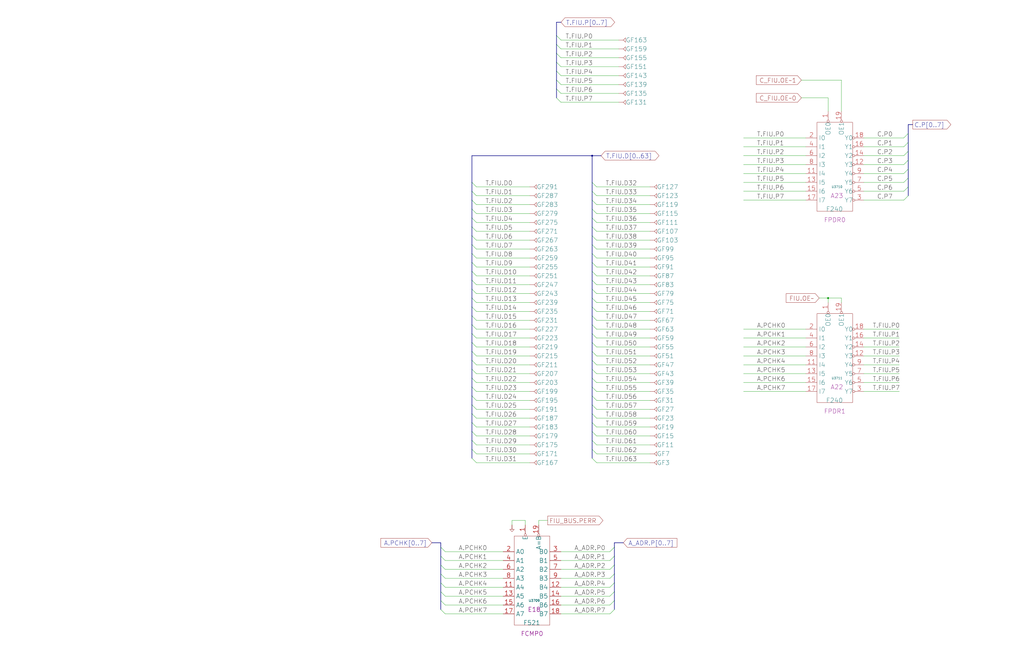
<source format=kicad_sch>
(kicad_sch (version 20230121) (generator eeschema)
  (paper "User" 584.2 378.46)
  (title_block (title "FIU DRIVER AND RECEIVER\\nPARITY") (date "15-MAR-90") (rev "1.0") (comment 1 "TYPE") (comment 2 "232-003062") (comment 3 "S400") (comment 4 "RELEASED"))
  (lib_symbols
    (symbol "r1000:F240" (pin_names (offset 1.016))
      (property "Reference" "U" (at 2.54 5.08 0))
      (property "Value" "F240" (at -3.81 -7.62 0))
      (property "Location" "___" (at -1.27 0 0))
      (property "Name" "______" (at 1.27 -15.24 0))
      (symbol "F240_1_1"
        (rectangle (start -8.89 41.91) (end 11.43 -8.89))
        (circle (center -2.54 42.545) (radius 0.635))
        (circle (center 5.08 42.545) (radius 0.635))
        (circle (center 12.065 -2.54) (radius 0.635))
        (circle (center 12.065 2.54) (radius 0.635))
        (circle (center 12.065 7.62) (radius 0.635))
        (circle (center 12.065 12.7) (radius 0.635))
        (circle (center 12.065 17.78) (radius 0.635))
        (circle (center 12.065 22.86) (radius 0.635))
        (circle (center 12.065 27.94) (radius 0.635))
        (circle (center 12.065 33.02) (radius 0.635))
        (pin input line (at -2.54 48.26 270) (length 5.08) (name "OE0") (number "1"))
        (pin input line (at -15.24 12.7 0) (length 6.35) (name "I4") (number "11"))
        (pin tri_state line (at 17.78 17.78 180) (length 5.08) (name "Y3") (number "12"))
        (pin input line (at -15.24 7.62 0) (length 6.35) (name "I5") (number "13"))
        (pin tri_state line (at 17.78 22.86 180) (length 5.08) (name "Y2") (number "14"))
        (pin input line (at -15.24 2.54 0) (length 6.35) (name "I6") (number "15"))
        (pin tri_state line (at 17.78 27.94 180) (length 5.08) (name "Y1") (number "16"))
        (pin input line (at -15.24 -2.54 0) (length 6.35) (name "I7") (number "17"))
        (pin tri_state line (at 17.78 33.02 180) (length 5.08) (name "Y0") (number "18"))
        (pin input line (at 5.08 48.26 270) (length 5.08) (name "OE1") (number "19"))
        (pin input line (at -15.24 33.02 0) (length 6.35) (name "I0") (number "2"))
        (pin tri_state line (at 17.78 -2.54 180) (length 5.08) (name "Y7") (number "3"))
        (pin input line (at -15.24 27.94 0) (length 6.35) (name "I1") (number "4"))
        (pin tri_state line (at 17.78 2.54 180) (length 5.08) (name "Y6") (number "5"))
        (pin input line (at -15.24 22.86 0) (length 6.35) (name "I2") (number "6"))
        (pin tri_state line (at 17.78 7.62 180) (length 5.08) (name "Y5") (number "7"))
        (pin input line (at -15.24 17.78 0) (length 6.35) (name "I3") (number "8"))
        (pin tri_state line (at 17.78 12.7 180) (length 5.08) (name "Y4") (number "9"))
      )
    )
    (symbol "r1000:F521" (pin_names (offset 1.016))
      (property "Reference" "U" (at 2.54 5.08 0))
      (property "Value" "F521" (at -3.81 -7.62 0))
      (property "Location" "___" (at -1.27 0 0))
      (property "Name" "______" (at 1.27 -15.24 0))
      (symbol "F521_1_1"
        (rectangle (start -8.89 41.91) (end 11.43 -8.89))
        (circle (center -2.54 42.545) (radius 0.635))
        (circle (center 5.08 42.545) (radius 0.635))
        (pin input line (at -2.54 48.26 270) (length 5.08) (name "E") (number "1"))
        (pin input line (at -15.24 12.7 0) (length 6.35) (name "A4") (number "11"))
        (pin input line (at 17.78 12.7 180) (length 6.35) (name "B4") (number "12"))
        (pin input line (at -15.24 7.62 0) (length 6.35) (name "A5") (number "13"))
        (pin input line (at 17.78 7.62 180) (length 6.35) (name "B5") (number "14"))
        (pin input line (at -15.24 2.54 0) (length 6.35) (name "A6") (number "15"))
        (pin input line (at 17.78 2.54 180) (length 6.35) (name "B6") (number "16"))
        (pin input line (at -15.24 -2.54 0) (length 6.35) (name "A7") (number "17"))
        (pin input line (at 17.78 -2.54 180) (length 6.35) (name "B7") (number "18"))
        (pin output line (at 5.08 48.26 270) (length 5.08) (name "A=B") (number "19"))
        (pin input line (at -15.24 33.02 0) (length 6.35) (name "A0") (number "2"))
        (pin input line (at 17.78 33.02 180) (length 6.35) (name "B0") (number "3"))
        (pin input line (at -15.24 27.94 0) (length 6.35) (name "A1") (number "4"))
        (pin input line (at 17.78 27.94 180) (length 6.35) (name "B1") (number "5"))
        (pin input line (at -15.24 22.86 0) (length 6.35) (name "A2") (number "6"))
        (pin input line (at 17.78 22.86 180) (length 6.35) (name "B2") (number "7"))
        (pin input line (at -15.24 17.78 0) (length 6.35) (name "A3") (number "8"))
        (pin input line (at 17.78 17.78 180) (length 6.35) (name "B3") (number "9"))
      )
    )
    (symbol "r1000:GF" (pin_numbers hide) (pin_names (offset 0) hide)
      (property "Reference" "GF" (at 3.81 0 0))
      (symbol "GF_0_1"
        (polyline (pts (xy 2.54 0) (xy 3.81 1.27) (xy 3.81 -1.27) (xy 2.54 0)) (stroke (width 0.1524)))
      )
      (symbol "GF_1_1"
        (pin bidirectional line (at 0 0 0) (length 2.54) (name "") (number "1"))
      )
    )
    (symbol "r1000:PD" (power) (pin_numbers hide) (pin_names hide) (in_bom no)
      (symbol "PD_0_1"
        (polyline (pts (xy 0 -2.54) (xy 1.27 -2.54) (xy 0 -3.81) (xy -1.27 -2.54) (xy 0 -2.54)) (stroke (width 0.1524)))
      )
      (symbol "PD_1_1"
        (pin power_in line (at 0 0 270) (length 2.54) (name "PD") (number "1"))
      )
    )
  )
  (junction (at 472.44 170.18))
  (junction (at 337.82 88.9))
  (bus_entry (at 269.24 205.74) (size 2.54 2.54))
  (bus_entry (at 251.46 332.74) (size 2.54 2.54))
  (bus_entry (at 518.16 111.76) (size -2.54 2.54))
  (bus_entry (at 337.82 210.82) (size 2.54 2.54))
  (bus_entry (at 251.46 312.42) (size 2.54 2.54))
  (bus_entry (at 269.24 195.58) (size 2.54 2.54))
  (bus_entry (at 269.24 180.34) (size 2.54 2.54))
  (bus_entry (at 337.82 261.62) (size 2.54 2.54))
  (bus_entry (at 518.16 101.6) (size -2.54 2.54))
  (bus_entry (at 269.24 236.22) (size 2.54 2.54))
  (bus_entry (at 337.82 236.22) (size 2.54 2.54))
  (bus_entry (at 269.24 144.78) (size 2.54 2.54))
  (bus_entry (at 337.82 149.86) (size 2.54 2.54))
  (bus_entry (at 337.82 160.02) (size 2.54 2.54))
  (bus_entry (at 337.82 104.14) (size 2.54 2.54))
  (bus_entry (at 337.82 185.42) (size 2.54 2.54))
  (bus_entry (at 337.82 180.34) (size 2.54 2.54))
  (bus_entry (at 337.82 251.46) (size 2.54 2.54))
  (bus_entry (at 269.24 210.82) (size 2.54 2.54))
  (bus_entry (at 269.24 226.06) (size 2.54 2.54))
  (bus_entry (at 317.5 25.4) (size 2.54 2.54))
  (bus_entry (at 337.82 129.54) (size 2.54 2.54))
  (bus_entry (at 350.52 312.42) (size -2.54 2.54))
  (bus_entry (at 269.24 114.3) (size 2.54 2.54))
  (bus_entry (at 317.5 45.72) (size 2.54 2.54))
  (bus_entry (at 251.46 337.82) (size 2.54 2.54))
  (bus_entry (at 269.24 124.46) (size 2.54 2.54))
  (bus_entry (at 337.82 195.58) (size 2.54 2.54))
  (bus_entry (at 337.82 170.18) (size 2.54 2.54))
  (bus_entry (at 269.24 139.7) (size 2.54 2.54))
  (bus_entry (at 317.5 55.88) (size 2.54 2.54))
  (bus_entry (at 317.5 35.56) (size 2.54 2.54))
  (bus_entry (at 337.82 175.26) (size 2.54 2.54))
  (bus_entry (at 269.24 231.14) (size 2.54 2.54))
  (bus_entry (at 350.52 342.9) (size -2.54 2.54))
  (bus_entry (at 337.82 231.14) (size 2.54 2.54))
  (bus_entry (at 269.24 119.38) (size 2.54 2.54))
  (bus_entry (at 269.24 185.42) (size 2.54 2.54))
  (bus_entry (at 317.5 40.64) (size 2.54 2.54))
  (bus_entry (at 269.24 256.54) (size 2.54 2.54))
  (bus_entry (at 269.24 200.66) (size 2.54 2.54))
  (bus_entry (at 337.82 154.94) (size 2.54 2.54))
  (bus_entry (at 337.82 114.3) (size 2.54 2.54))
  (bus_entry (at 337.82 124.46) (size 2.54 2.54))
  (bus_entry (at 269.24 165.1) (size 2.54 2.54))
  (bus_entry (at 337.82 241.3) (size 2.54 2.54))
  (bus_entry (at 317.5 50.8) (size 2.54 2.54))
  (bus_entry (at 337.82 246.38) (size 2.54 2.54))
  (bus_entry (at 269.24 190.5) (size 2.54 2.54))
  (bus_entry (at 251.46 327.66) (size 2.54 2.54))
  (bus_entry (at 350.52 332.74) (size -2.54 2.54))
  (bus_entry (at 269.24 104.14) (size 2.54 2.54))
  (bus_entry (at 337.82 215.9) (size 2.54 2.54))
  (bus_entry (at 337.82 139.7) (size 2.54 2.54))
  (bus_entry (at 269.24 215.9) (size 2.54 2.54))
  (bus_entry (at 269.24 154.94) (size 2.54 2.54))
  (bus_entry (at 337.82 220.98) (size 2.54 2.54))
  (bus_entry (at 337.82 200.66) (size 2.54 2.54))
  (bus_entry (at 337.82 226.06) (size 2.54 2.54))
  (bus_entry (at 251.46 342.9) (size 2.54 2.54))
  (bus_entry (at 269.24 220.98) (size 2.54 2.54))
  (bus_entry (at 317.5 20.32) (size 2.54 2.54))
  (bus_entry (at 350.52 347.98) (size -2.54 2.54))
  (bus_entry (at 251.46 322.58) (size 2.54 2.54))
  (bus_entry (at 337.82 256.54) (size 2.54 2.54))
  (bus_entry (at 337.82 144.78) (size 2.54 2.54))
  (bus_entry (at 518.16 91.44) (size -2.54 2.54))
  (bus_entry (at 269.24 261.62) (size 2.54 2.54))
  (bus_entry (at 269.24 246.38) (size 2.54 2.54))
  (bus_entry (at 337.82 109.22) (size 2.54 2.54))
  (bus_entry (at 269.24 241.3) (size 2.54 2.54))
  (bus_entry (at 337.82 134.62) (size 2.54 2.54))
  (bus_entry (at 518.16 86.36) (size -2.54 2.54))
  (bus_entry (at 337.82 119.38) (size 2.54 2.54))
  (bus_entry (at 518.16 81.28) (size -2.54 2.54))
  (bus_entry (at 269.24 175.26) (size 2.54 2.54))
  (bus_entry (at 337.82 165.1) (size 2.54 2.54))
  (bus_entry (at 269.24 134.62) (size 2.54 2.54))
  (bus_entry (at 350.52 317.5) (size -2.54 2.54))
  (bus_entry (at 350.52 337.82) (size -2.54 2.54))
  (bus_entry (at 317.5 30.48) (size 2.54 2.54))
  (bus_entry (at 269.24 109.22) (size 2.54 2.54))
  (bus_entry (at 269.24 149.86) (size 2.54 2.54))
  (bus_entry (at 337.82 190.5) (size 2.54 2.54))
  (bus_entry (at 269.24 129.54) (size 2.54 2.54))
  (bus_entry (at 518.16 96.52) (size -2.54 2.54))
  (bus_entry (at 269.24 251.46) (size 2.54 2.54))
  (bus_entry (at 518.16 76.2) (size -2.54 2.54))
  (bus_entry (at 518.16 106.68) (size -2.54 2.54))
  (bus_entry (at 337.82 205.74) (size 2.54 2.54))
  (bus_entry (at 350.52 322.58) (size -2.54 2.54))
  (bus_entry (at 269.24 170.18) (size 2.54 2.54))
  (bus_entry (at 350.52 327.66) (size -2.54 2.54))
  (bus_entry (at 251.46 347.98) (size 2.54 2.54))
  (bus_entry (at 269.24 160.02) (size 2.54 2.54))
  (bus_entry (at 251.46 317.5) (size 2.54 2.54))
  (wire (pts (xy 340.36 106.68) (xy 370.84 106.68)))
  (bus (pts (xy 269.24 190.5) (xy 269.24 195.58)))
  (wire (pts (xy 271.78 259.08) (xy 302.26 259.08)))
  (bus (pts (xy 350.52 342.9) (xy 350.52 347.98)))
  (wire (pts (xy 340.36 223.52) (xy 370.84 223.52)))
  (wire (pts (xy 271.78 187.96) (xy 302.26 187.96)))
  (bus (pts (xy 269.24 144.78) (xy 269.24 149.86)))
  (wire (pts (xy 424.18 78.74) (xy 459.74 78.74)))
  (wire (pts (xy 271.78 238.76) (xy 302.26 238.76)))
  (bus (pts (xy 337.82 231.14) (xy 337.82 236.22)))
  (wire (pts (xy 340.36 243.84) (xy 370.84 243.84)))
  (wire (pts (xy 472.44 172.72) (xy 472.44 170.18)))
  (bus (pts (xy 337.82 205.74) (xy 337.82 210.82)))
  (bus (pts (xy 337.82 210.82) (xy 337.82 215.9)))
  (wire (pts (xy 340.36 147.32) (xy 370.84 147.32)))
  (wire (pts (xy 340.36 172.72) (xy 370.84 172.72)))
  (bus (pts (xy 337.82 226.06) (xy 337.82 231.14)))
  (wire (pts (xy 424.18 99.06) (xy 459.74 99.06)))
  (wire (pts (xy 320.04 350.52) (xy 347.98 350.52)))
  (bus (pts (xy 269.24 231.14) (xy 269.24 236.22)))
  (bus (pts (xy 269.24 134.62) (xy 269.24 139.7)))
  (bus (pts (xy 337.82 139.7) (xy 337.82 144.78)))
  (wire (pts (xy 424.18 109.22) (xy 459.74 109.22)))
  (wire (pts (xy 340.36 198.12) (xy 370.84 198.12)))
  (bus (pts (xy 337.82 124.46) (xy 337.82 129.54)))
  (bus (pts (xy 269.24 104.14) (xy 269.24 109.22)))
  (bus (pts (xy 518.16 101.6) (xy 518.16 106.68)))
  (wire (pts (xy 271.78 264.16) (xy 302.26 264.16)))
  (wire (pts (xy 340.36 208.28) (xy 370.84 208.28)))
  (wire (pts (xy 424.18 93.98) (xy 459.74 93.98)))
  (wire (pts (xy 307.34 297.18) (xy 312.42 297.18)))
  (wire (pts (xy 340.36 182.88) (xy 370.84 182.88)))
  (bus (pts (xy 337.82 104.14) (xy 337.82 109.22)))
  (wire (pts (xy 320.04 340.36) (xy 347.98 340.36)))
  (wire (pts (xy 492.76 223.52) (xy 513.08 223.52)))
  (bus (pts (xy 251.46 312.42) (xy 251.46 317.5)))
  (bus (pts (xy 518.16 81.28) (xy 518.16 86.36)))
  (wire (pts (xy 271.78 218.44) (xy 302.26 218.44)))
  (bus (pts (xy 337.82 180.34) (xy 337.82 185.42)))
  (bus (pts (xy 251.46 327.66) (xy 251.46 332.74)))
  (wire (pts (xy 340.36 162.56) (xy 370.84 162.56)))
  (wire (pts (xy 271.78 182.88) (xy 302.26 182.88)))
  (wire (pts (xy 320.04 38.1) (xy 353.06 38.1)))
  (wire (pts (xy 271.78 213.36) (xy 302.26 213.36)))
  (bus (pts (xy 317.5 12.7) (xy 320.04 12.7)))
  (wire (pts (xy 340.36 121.92) (xy 370.84 121.92)))
  (wire (pts (xy 254 340.36) (xy 287.02 340.36)))
  (bus (pts (xy 269.24 226.06) (xy 269.24 231.14)))
  (bus (pts (xy 337.82 170.18) (xy 337.82 175.26)))
  (wire (pts (xy 271.78 121.92) (xy 302.26 121.92)))
  (wire (pts (xy 340.36 228.6) (xy 370.84 228.6)))
  (wire (pts (xy 492.76 218.44) (xy 513.08 218.44)))
  (wire (pts (xy 467.36 170.18) (xy 472.44 170.18)))
  (wire (pts (xy 271.78 228.6) (xy 302.26 228.6)))
  (wire (pts (xy 480.06 45.72) (xy 457.2 45.72)))
  (bus (pts (xy 317.5 40.64) (xy 317.5 45.72)))
  (wire (pts (xy 340.36 248.92) (xy 370.84 248.92)))
  (bus (pts (xy 337.82 256.54) (xy 337.82 261.62)))
  (wire (pts (xy 271.78 243.84) (xy 302.26 243.84)))
  (wire (pts (xy 340.36 177.8) (xy 370.84 177.8)))
  (bus (pts (xy 317.5 25.4) (xy 317.5 30.48)))
  (bus (pts (xy 269.24 160.02) (xy 269.24 165.1)))
  (bus (pts (xy 269.24 109.22) (xy 269.24 114.3)))
  (wire (pts (xy 271.78 127) (xy 302.26 127)))
  (bus (pts (xy 269.24 220.98) (xy 269.24 226.06)))
  (bus (pts (xy 518.16 106.68) (xy 518.16 111.76)))
  (wire (pts (xy 340.36 213.36) (xy 370.84 213.36)))
  (bus (pts (xy 337.82 165.1) (xy 337.82 170.18)))
  (wire (pts (xy 254 345.44) (xy 287.02 345.44)))
  (bus (pts (xy 269.24 149.86) (xy 269.24 154.94)))
  (wire (pts (xy 492.76 93.98) (xy 515.62 93.98)))
  (wire (pts (xy 424.18 203.2) (xy 459.74 203.2)))
  (wire (pts (xy 320.04 345.44) (xy 347.98 345.44)))
  (bus (pts (xy 251.46 317.5) (xy 251.46 322.58)))
  (bus (pts (xy 337.82 149.86) (xy 337.82 154.94)))
  (wire (pts (xy 271.78 111.76) (xy 302.26 111.76)))
  (bus (pts (xy 337.82 215.9) (xy 337.82 220.98)))
  (wire (pts (xy 340.36 127) (xy 370.84 127)))
  (wire (pts (xy 254 350.52) (xy 287.02 350.52)))
  (wire (pts (xy 492.76 104.14) (xy 515.62 104.14)))
  (bus (pts (xy 251.46 342.9) (xy 251.46 347.98)))
  (wire (pts (xy 424.18 208.28) (xy 459.74 208.28)))
  (bus (pts (xy 337.82 88.9) (xy 337.82 104.14)))
  (wire (pts (xy 424.18 213.36) (xy 459.74 213.36)))
  (wire (pts (xy 480.06 172.72) (xy 480.06 170.18)))
  (wire (pts (xy 254 320.04) (xy 287.02 320.04)))
  (wire (pts (xy 340.36 238.76) (xy 370.84 238.76)))
  (bus (pts (xy 269.24 251.46) (xy 269.24 256.54)))
  (bus (pts (xy 337.82 129.54) (xy 337.82 134.62)))
  (wire (pts (xy 299.72 299.72) (xy 299.72 297.18)))
  (wire (pts (xy 271.78 157.48) (xy 302.26 157.48)))
  (bus (pts (xy 337.82 190.5) (xy 337.82 195.58)))
  (wire (pts (xy 254 325.12) (xy 287.02 325.12)))
  (bus (pts (xy 337.82 119.38) (xy 337.82 124.46)))
  (wire (pts (xy 340.36 157.48) (xy 370.84 157.48)))
  (bus (pts (xy 269.24 154.94) (xy 269.24 160.02)))
  (wire (pts (xy 320.04 335.28) (xy 347.98 335.28)))
  (bus (pts (xy 350.52 309.88) (xy 355.6 309.88)))
  (bus (pts (xy 518.16 86.36) (xy 518.16 91.44)))
  (wire (pts (xy 271.78 198.12) (xy 302.26 198.12)))
  (wire (pts (xy 271.78 172.72) (xy 302.26 172.72)))
  (bus (pts (xy 317.5 12.7) (xy 317.5 20.32)))
  (bus (pts (xy 337.82 88.9) (xy 342.9 88.9)))
  (wire (pts (xy 424.18 114.3) (xy 459.74 114.3)))
  (bus (pts (xy 337.82 220.98) (xy 337.82 226.06)))
  (wire (pts (xy 271.78 162.56) (xy 302.26 162.56)))
  (wire (pts (xy 271.78 147.32) (xy 302.26 147.32)))
  (bus (pts (xy 251.46 309.88) (xy 251.46 312.42)))
  (wire (pts (xy 271.78 132.08) (xy 302.26 132.08)))
  (wire (pts (xy 340.36 193.04) (xy 370.84 193.04)))
  (bus (pts (xy 269.24 195.58) (xy 269.24 200.66)))
  (wire (pts (xy 340.36 218.44) (xy 370.84 218.44)))
  (wire (pts (xy 424.18 218.44) (xy 459.74 218.44)))
  (wire (pts (xy 320.04 58.42) (xy 353.06 58.42)))
  (wire (pts (xy 340.36 254) (xy 370.84 254)))
  (wire (pts (xy 320.04 320.04) (xy 347.98 320.04)))
  (wire (pts (xy 472.44 55.88) (xy 457.2 55.88)))
  (wire (pts (xy 472.44 63.5) (xy 472.44 55.88)))
  (bus (pts (xy 269.24 170.18) (xy 269.24 175.26)))
  (wire (pts (xy 340.36 167.64) (xy 370.84 167.64)))
  (wire (pts (xy 340.36 203.2) (xy 370.84 203.2)))
  (wire (pts (xy 492.76 203.2) (xy 513.08 203.2)))
  (wire (pts (xy 271.78 248.92) (xy 302.26 248.92)))
  (wire (pts (xy 340.36 264.16) (xy 370.84 264.16)))
  (bus (pts (xy 251.46 337.82) (xy 251.46 342.9)))
  (bus (pts (xy 269.24 236.22) (xy 269.24 241.3)))
  (bus (pts (xy 518.16 91.44) (xy 518.16 96.52)))
  (wire (pts (xy 271.78 208.28) (xy 302.26 208.28)))
  (wire (pts (xy 480.06 63.5) (xy 480.06 45.72)))
  (wire (pts (xy 271.78 193.04) (xy 302.26 193.04)))
  (bus (pts (xy 246.38 309.88) (xy 251.46 309.88)))
  (wire (pts (xy 340.36 152.4) (xy 370.84 152.4)))
  (wire (pts (xy 492.76 88.9) (xy 515.62 88.9)))
  (bus (pts (xy 350.52 312.42) (xy 350.52 317.5)))
  (bus (pts (xy 269.24 180.34) (xy 269.24 185.42)))
  (wire (pts (xy 271.78 203.2) (xy 302.26 203.2)))
  (wire (pts (xy 307.34 299.72) (xy 307.34 297.18)))
  (wire (pts (xy 340.36 111.76) (xy 370.84 111.76)))
  (wire (pts (xy 271.78 177.8) (xy 302.26 177.8)))
  (bus (pts (xy 337.82 114.3) (xy 337.82 119.38)))
  (wire (pts (xy 424.18 198.12) (xy 459.74 198.12)))
  (wire (pts (xy 492.76 83.82) (xy 515.62 83.82)))
  (wire (pts (xy 340.36 116.84) (xy 370.84 116.84)))
  (wire (pts (xy 492.76 193.04) (xy 513.08 193.04)))
  (wire (pts (xy 320.04 53.34) (xy 353.06 53.34)))
  (bus (pts (xy 317.5 35.56) (xy 317.5 40.64)))
  (bus (pts (xy 337.82 195.58) (xy 337.82 200.66)))
  (wire (pts (xy 320.04 43.18) (xy 353.06 43.18)))
  (wire (pts (xy 320.04 48.26) (xy 353.06 48.26)))
  (bus (pts (xy 350.52 332.74) (xy 350.52 337.82)))
  (bus (pts (xy 350.52 327.66) (xy 350.52 332.74)))
  (wire (pts (xy 271.78 233.68) (xy 302.26 233.68)))
  (wire (pts (xy 492.76 187.96) (xy 513.08 187.96)))
  (bus (pts (xy 269.24 246.38) (xy 269.24 251.46)))
  (bus (pts (xy 518.16 96.52) (xy 518.16 101.6)))
  (wire (pts (xy 340.36 132.08) (xy 370.84 132.08)))
  (bus (pts (xy 350.52 317.5) (xy 350.52 322.58)))
  (wire (pts (xy 320.04 33.02) (xy 353.06 33.02)))
  (bus (pts (xy 337.82 134.62) (xy 337.82 139.7)))
  (bus (pts (xy 317.5 20.32) (xy 317.5 25.4)))
  (wire (pts (xy 271.78 106.68) (xy 302.26 106.68)))
  (wire (pts (xy 424.18 187.96) (xy 459.74 187.96)))
  (bus (pts (xy 350.52 322.58) (xy 350.52 327.66)))
  (wire (pts (xy 424.18 83.82) (xy 459.74 83.82)))
  (bus (pts (xy 317.5 30.48) (xy 317.5 35.56)))
  (bus (pts (xy 269.24 114.3) (xy 269.24 119.38)))
  (wire (pts (xy 254 330.2) (xy 287.02 330.2)))
  (wire (pts (xy 271.78 137.16) (xy 302.26 137.16)))
  (wire (pts (xy 320.04 314.96) (xy 347.98 314.96)))
  (wire (pts (xy 492.76 109.22) (xy 515.62 109.22)))
  (bus (pts (xy 269.24 256.54) (xy 269.24 261.62)))
  (bus (pts (xy 269.24 119.38) (xy 269.24 124.46)))
  (wire (pts (xy 271.78 116.84) (xy 302.26 116.84)))
  (bus (pts (xy 518.16 76.2) (xy 518.16 81.28)))
  (wire (pts (xy 424.18 104.14) (xy 459.74 104.14)))
  (wire (pts (xy 424.18 88.9) (xy 459.74 88.9)))
  (bus (pts (xy 269.24 88.9) (xy 269.24 104.14)))
  (bus (pts (xy 337.82 200.66) (xy 337.82 205.74)))
  (bus (pts (xy 269.24 215.9) (xy 269.24 220.98)))
  (wire (pts (xy 340.36 233.68) (xy 370.84 233.68)))
  (bus (pts (xy 337.82 175.26) (xy 337.82 180.34)))
  (bus (pts (xy 317.5 50.8) (xy 317.5 55.88)))
  (wire (pts (xy 254 314.96) (xy 287.02 314.96)))
  (wire (pts (xy 320.04 27.94) (xy 353.06 27.94)))
  (bus (pts (xy 269.24 165.1) (xy 269.24 170.18)))
  (bus (pts (xy 337.82 246.38) (xy 337.82 251.46)))
  (wire (pts (xy 271.78 142.24) (xy 302.26 142.24)))
  (wire (pts (xy 492.76 78.74) (xy 515.62 78.74)))
  (wire (pts (xy 424.18 223.52) (xy 459.74 223.52)))
  (bus (pts (xy 269.24 185.42) (xy 269.24 190.5)))
  (wire (pts (xy 340.36 142.24) (xy 370.84 142.24)))
  (wire (pts (xy 271.78 167.64) (xy 302.26 167.64)))
  (wire (pts (xy 292.1 297.18) (xy 292.1 299.72)))
  (bus (pts (xy 269.24 210.82) (xy 269.24 215.9)))
  (bus (pts (xy 269.24 129.54) (xy 269.24 134.62)))
  (bus (pts (xy 269.24 124.46) (xy 269.24 129.54)))
  (wire (pts (xy 492.76 99.06) (xy 515.62 99.06)))
  (bus (pts (xy 337.82 185.42) (xy 337.82 190.5)))
  (wire (pts (xy 472.44 170.18) (xy 480.06 170.18)))
  (bus (pts (xy 269.24 175.26) (xy 269.24 180.34)))
  (bus (pts (xy 337.82 236.22) (xy 337.82 241.3)))
  (wire (pts (xy 340.36 259.08) (xy 370.84 259.08)))
  (bus (pts (xy 317.5 45.72) (xy 317.5 50.8)))
  (bus (pts (xy 251.46 332.74) (xy 251.46 337.82)))
  (wire (pts (xy 254 335.28) (xy 287.02 335.28)))
  (wire (pts (xy 492.76 208.28) (xy 513.08 208.28)))
  (wire (pts (xy 340.36 187.96) (xy 370.84 187.96)))
  (wire (pts (xy 271.78 152.4) (xy 302.26 152.4)))
  (bus (pts (xy 337.82 160.02) (xy 337.82 165.1)))
  (wire (pts (xy 271.78 254) (xy 302.26 254)))
  (bus (pts (xy 337.82 241.3) (xy 337.82 246.38)))
  (wire (pts (xy 492.76 114.3) (xy 515.62 114.3)))
  (bus (pts (xy 269.24 241.3) (xy 269.24 246.38)))
  (bus (pts (xy 269.24 200.66) (xy 269.24 205.74)))
  (bus (pts (xy 269.24 205.74) (xy 269.24 210.82)))
  (bus (pts (xy 518.16 71.12) (xy 518.16 76.2)))
  (wire (pts (xy 271.78 223.52) (xy 302.26 223.52)))
  (bus (pts (xy 518.16 71.12) (xy 520.7 71.12)))
  (wire (pts (xy 492.76 213.36) (xy 513.08 213.36)))
  (bus (pts (xy 337.82 154.94) (xy 337.82 160.02)))
  (bus (pts (xy 251.46 322.58) (xy 251.46 327.66)))
  (wire (pts (xy 320.04 330.2) (xy 347.98 330.2)))
  (bus (pts (xy 269.24 139.7) (xy 269.24 144.78)))
  (bus (pts (xy 337.82 251.46) (xy 337.82 256.54)))
  (wire (pts (xy 320.04 325.12) (xy 347.98 325.12)))
  (wire (pts (xy 492.76 198.12) (xy 513.08 198.12)))
  (bus (pts (xy 350.52 337.82) (xy 350.52 342.9)))
  (bus (pts (xy 337.82 109.22) (xy 337.82 114.3)))
  (bus (pts (xy 337.82 88.9) (xy 269.24 88.9)))
  (bus (pts (xy 350.52 309.88) (xy 350.52 312.42)))
  (wire (pts (xy 424.18 193.04) (xy 459.74 193.04)))
  (wire (pts (xy 299.72 297.18) (xy 292.1 297.18)))
  (wire (pts (xy 340.36 137.16) (xy 370.84 137.16)))
  (wire (pts (xy 320.04 22.86) (xy 353.06 22.86)))
  (bus (pts (xy 337.82 144.78) (xy 337.82 149.86)))
  (label "A_ADR.P5" (at 327.66 340.36 0) (effects (font (size 2.54 2.54))))
  (label "T.FIU.D20" (at 276.86 208.28 0) (effects (font (size 2.54 2.54))))
  (label "T.FIU.P4" (at 431.8 99.06 0) (effects (font (size 2.54 2.54))))
  (label "T.FIU.D52" (at 345.44 208.28 0) (effects (font (size 2.54 2.54))))
  (label "A.PCHK6" (at 431.8 218.44 0) (effects (font (size 2.54 2.54))))
  (label "T.FIU.D9" (at 276.86 152.4 0) (effects (font (size 2.54 2.54))))
  (label "T.FIU.P0" (at 322.58 22.86 0) (effects (font (size 2.54 2.54))))
  (label "T.FIU.D53" (at 345.44 213.36 0) (effects (font (size 2.54 2.54))))
  (label "T.FIU.D47" (at 345.44 182.88 0) (effects (font (size 2.54 2.54))))
  (label "T.FIU.P2" (at 431.8 88.9 0) (effects (font (size 2.54 2.54))))
  (label "T.FIU.D29" (at 276.86 254 0) (effects (font (size 2.54 2.54))))
  (label "C.P3" (at 500.38 93.98 0) (effects (font (size 2.54 2.54))))
  (label "T.FIU.D8" (at 276.86 147.32 0) (effects (font (size 2.54 2.54))))
  (label "T.FIU.D34" (at 345.44 116.84 0) (effects (font (size 2.54 2.54))))
  (label "T.FIU.D6" (at 276.86 137.16 0) (effects (font (size 2.54 2.54))))
  (label "A.PCHK1" (at 261.62 320.04 0) (effects (font (size 2.54 2.54))))
  (label "T.FIU.D33" (at 345.44 111.76 0) (effects (font (size 2.54 2.54))))
  (label "T.FIU.D11" (at 276.86 162.56 0) (effects (font (size 2.54 2.54))))
  (label "T.FIU.P1" (at 497.84 193.04 0) (effects (font (size 2.54 2.54))))
  (label "T.FIU.D45" (at 345.44 172.72 0) (effects (font (size 2.54 2.54))))
  (label "A_ADR.P1" (at 327.66 320.04 0) (effects (font (size 2.54 2.54))))
  (label "T.FIU.P5" (at 431.8 104.14 0) (effects (font (size 2.54 2.54))))
  (label "T.FIU.D16" (at 276.86 187.96 0) (effects (font (size 2.54 2.54))))
  (label "T.FIU.P3" (at 322.58 38.1 0) (effects (font (size 2.54 2.54))))
  (label "T.FIU.P3" (at 431.8 93.98 0) (effects (font (size 2.54 2.54))))
  (label "T.FIU.P7" (at 322.58 58.42 0) (effects (font (size 2.54 2.54))))
  (label "T.FIU.P6" (at 322.58 53.34 0) (effects (font (size 2.54 2.54))))
  (label "T.FIU.D58" (at 345.44 238.76 0) (effects (font (size 2.54 2.54))))
  (label "T.FIU.D43" (at 345.44 162.56 0) (effects (font (size 2.54 2.54))))
  (label "T.FIU.D14" (at 276.86 177.8 0) (effects (font (size 2.54 2.54))))
  (label "A.PCHK2" (at 261.62 325.12 0) (effects (font (size 2.54 2.54))))
  (label "T.FIU.D50" (at 345.44 198.12 0) (effects (font (size 2.54 2.54))))
  (label "T.FIU.D54" (at 345.44 218.44 0) (effects (font (size 2.54 2.54))))
  (label "T.FIU.P5" (at 322.58 48.26 0) (effects (font (size 2.54 2.54))))
  (label "A.PCHK4" (at 261.62 335.28 0) (effects (font (size 2.54 2.54))))
  (label "T.FIU.P2" (at 322.58 33.02 0) (effects (font (size 2.54 2.54))))
  (label "T.FIU.D10" (at 276.86 157.48 0) (effects (font (size 2.54 2.54))))
  (label "T.FIU.P0" (at 497.84 187.96 0) (effects (font (size 2.54 2.54))))
  (label "T.FIU.D15" (at 276.86 182.88 0) (effects (font (size 2.54 2.54))))
  (label "T.FIU.D21" (at 276.86 213.36 0) (effects (font (size 2.54 2.54))))
  (label "T.FIU.D26" (at 276.86 238.76 0) (effects (font (size 2.54 2.54))))
  (label "T.FIU.D25" (at 276.86 233.68 0) (effects (font (size 2.54 2.54))))
  (label "T.FIU.P5" (at 497.84 213.36 0) (effects (font (size 2.54 2.54))))
  (label "T.FIU.D0" (at 276.86 106.68 0) (effects (font (size 2.54 2.54))))
  (label "A.PCHK6" (at 261.62 345.44 0) (effects (font (size 2.54 2.54))))
  (label "T.FIU.D7" (at 276.86 142.24 0) (effects (font (size 2.54 2.54))))
  (label "T.FIU.D63" (at 345.44 264.16 0) (effects (font (size 2.54 2.54))))
  (label "C.P7" (at 500.38 114.3 0) (effects (font (size 2.54 2.54))))
  (label "T.FIU.D22" (at 276.86 218.44 0) (effects (font (size 2.54 2.54))))
  (label "T.FIU.D4" (at 276.86 127 0) (effects (font (size 2.54 2.54))))
  (label "C.P4" (at 500.38 99.06 0) (effects (font (size 2.54 2.54))))
  (label "T.FIU.D18" (at 276.86 198.12 0) (effects (font (size 2.54 2.54))))
  (label "T.FIU.D49" (at 345.44 193.04 0) (effects (font (size 2.54 2.54))))
  (label "A_ADR.P2" (at 327.66 325.12 0) (effects (font (size 2.54 2.54))))
  (label "T.FIU.D51" (at 345.44 203.2 0) (effects (font (size 2.54 2.54))))
  (label "T.FIU.D13" (at 276.86 172.72 0) (effects (font (size 2.54 2.54))))
  (label "T.FIU.D56" (at 345.44 228.6 0) (effects (font (size 2.54 2.54))))
  (label "A.PCHK7" (at 261.62 350.52 0) (effects (font (size 2.54 2.54))))
  (label "A.PCHK5" (at 431.8 213.36 0) (effects (font (size 2.54 2.54))))
  (label "T.FIU.P2" (at 497.84 198.12 0) (effects (font (size 2.54 2.54))))
  (label "A_ADR.P7" (at 327.66 350.52 0) (effects (font (size 2.54 2.54))))
  (label "A_ADR.P3" (at 327.66 330.2 0) (effects (font (size 2.54 2.54))))
  (label "T.FIU.D27" (at 276.86 243.84 0) (effects (font (size 2.54 2.54))))
  (label "T.FIU.P1" (at 431.8 83.82 0) (effects (font (size 2.54 2.54))))
  (label "T.FIU.D1" (at 276.86 111.76 0) (effects (font (size 2.54 2.54))))
  (label "T.FIU.P1" (at 322.58 27.94 0) (effects (font (size 2.54 2.54))))
  (label "T.FIU.D24" (at 276.86 228.6 0) (effects (font (size 2.54 2.54))))
  (label "A.PCHK2" (at 431.8 198.12 0) (effects (font (size 2.54 2.54))))
  (label "T.FIU.D42" (at 345.44 157.48 0) (effects (font (size 2.54 2.54))))
  (label "T.FIU.D12" (at 276.86 167.64 0) (effects (font (size 2.54 2.54))))
  (label "T.FIU.D35" (at 345.44 121.92 0) (effects (font (size 2.54 2.54))))
  (label "T.FIU.D48" (at 345.44 187.96 0) (effects (font (size 2.54 2.54))))
  (label "C.P0" (at 500.38 78.74 0) (effects (font (size 2.54 2.54))))
  (label "T.FIU.D28" (at 276.86 248.92 0) (effects (font (size 2.54 2.54))))
  (label "A.PCHK3" (at 261.62 330.2 0) (effects (font (size 2.54 2.54))))
  (label "A.PCHK0" (at 261.62 314.96 0) (effects (font (size 2.54 2.54))))
  (label "T.FIU.D31" (at 276.86 264.16 0) (effects (font (size 2.54 2.54))))
  (label "T.FIU.P6" (at 431.8 109.22 0) (effects (font (size 2.54 2.54))))
  (label "T.FIU.P3" (at 497.84 203.2 0) (effects (font (size 2.54 2.54))))
  (label "C.P5" (at 500.38 104.14 0) (effects (font (size 2.54 2.54))))
  (label "A.PCHK1" (at 431.8 193.04 0) (effects (font (size 2.54 2.54))))
  (label "T.FIU.D3" (at 276.86 121.92 0) (effects (font (size 2.54 2.54))))
  (label "T.FIU.D23" (at 276.86 223.52 0) (effects (font (size 2.54 2.54))))
  (label "C.P2" (at 500.38 88.9 0) (effects (font (size 2.54 2.54))))
  (label "T.FIU.P7" (at 497.84 223.52 0) (effects (font (size 2.54 2.54))))
  (label "A.PCHK4" (at 431.8 208.28 0) (effects (font (size 2.54 2.54))))
  (label "A.PCHK5" (at 261.62 340.36 0) (effects (font (size 2.54 2.54))))
  (label "T.FIU.D19" (at 276.86 203.2 0) (effects (font (size 2.54 2.54))))
  (label "T.FIU.D46" (at 345.44 177.8 0) (effects (font (size 2.54 2.54))))
  (label "A_ADR.P4" (at 327.66 335.28 0) (effects (font (size 2.54 2.54))))
  (label "T.FIU.D2" (at 276.86 116.84 0) (effects (font (size 2.54 2.54))))
  (label "T.FIU.D55" (at 345.44 223.52 0) (effects (font (size 2.54 2.54))))
  (label "A_ADR.P0" (at 327.66 314.96 0) (effects (font (size 2.54 2.54))))
  (label "T.FIU.P7" (at 431.8 114.3 0) (effects (font (size 2.54 2.54))))
  (label "T.FIU.D57" (at 345.44 233.68 0) (effects (font (size 2.54 2.54))))
  (label "T.FIU.P4" (at 322.58 43.18 0) (effects (font (size 2.54 2.54))))
  (label "T.FIU.D59" (at 345.44 243.84 0) (effects (font (size 2.54 2.54))))
  (label "C.P6" (at 500.38 109.22 0) (effects (font (size 2.54 2.54))))
  (label "T.FIU.P4" (at 497.84 208.28 0) (effects (font (size 2.54 2.54))))
  (label "T.FIU.D32" (at 345.44 106.68 0) (effects (font (size 2.54 2.54))))
  (label "A.PCHK0" (at 431.8 187.96 0) (effects (font (size 2.54 2.54))))
  (label "T.FIU.D37" (at 345.44 132.08 0) (effects (font (size 2.54 2.54))))
  (label "A.PCHK7" (at 431.8 223.52 0) (effects (font (size 2.54 2.54))))
  (label "T.FIU.D40" (at 345.44 147.32 0) (effects (font (size 2.54 2.54))))
  (label "T.FIU.D36" (at 345.44 127 0) (effects (font (size 2.54 2.54))))
  (label "A.PCHK3" (at 431.8 203.2 0) (effects (font (size 2.54 2.54))))
  (label "T.FIU.P0" (at 431.8 78.74 0) (effects (font (size 2.54 2.54))))
  (label "T.FIU.D39" (at 345.44 142.24 0) (effects (font (size 2.54 2.54))))
  (label "T.FIU.P6" (at 497.84 218.44 0) (effects (font (size 2.54 2.54))))
  (label "T.FIU.D17" (at 276.86 193.04 0) (effects (font (size 2.54 2.54))))
  (label "T.FIU.D60" (at 345.44 248.92 0) (effects (font (size 2.54 2.54))))
  (label "T.FIU.D61" (at 345.44 254 0) (effects (font (size 2.54 2.54))))
  (label "T.FIU.D30" (at 276.86 259.08 0) (effects (font (size 2.54 2.54))))
  (label "A_ADR.P6" (at 327.66 345.44 0) (effects (font (size 2.54 2.54))))
  (label "T.FIU.D44" (at 345.44 167.64 0) (effects (font (size 2.54 2.54))))
  (label "T.FIU.D41" (at 345.44 152.4 0) (effects (font (size 2.54 2.54))))
  (label "T.FIU.D5" (at 276.86 132.08 0) (effects (font (size 2.54 2.54))))
  (label "C.P1" (at 500.38 83.82 0) (effects (font (size 2.54 2.54))))
  (label "T.FIU.D62" (at 345.44 259.08 0) (effects (font (size 2.54 2.54))))
  (label "T.FIU.D38" (at 345.44 137.16 0) (effects (font (size 2.54 2.54))))
  (global_label "A.PCHK[0..7]" (shape input) (at 246.38 309.88 180) (effects (font (size 2.54 2.54))) (property "Intersheetrefs" "${INTERSHEET_REFS}" (at 216.2583 309.88 0) (effects (justify right))))
  (global_label "T.FIU.P[0..7]" (shape bidirectional) (at 320.04 12.7 0) (effects (font (size 2.54 2.54))) (property "Intersheetrefs" "${INTERSHEET_REFS}" (at 348.4517 12.5413 0) (effects (font (size 1.905 1.905)) (justify left))))
  (global_label "C.P[0..7]" (shape output) (at 520.7 71.12 0) (effects (font (size 2.54 2.54))) (property "Intersheetrefs" "${INTERSHEET_REFS}" (at 542.4593 70.9613 0) (effects (font (size 1.905 1.905)) (justify left))))
  (global_label "C_FIU.OE~1" (shape input) (at 457.2 45.72 180) (effects (font (size 2.54 2.54))) (property "Intersheetrefs" "${INTERSHEET_REFS}" (at 431.4492 45.5613 0) (effects (font (size 1.905 1.905)) (justify right))))
  (global_label "C_FIU.OE~0" (shape input) (at 457.2 55.88 180) (effects (font (size 2.54 2.54))) (property "Intersheetrefs" "${INTERSHEET_REFS}" (at 431.4492 55.7213 0) (effects (font (size 1.905 1.905)) (justify right))))
  (global_label "A_ADR.P[0..7]" (shape input) (at 355.6 309.88 0) (effects (font (size 2.54 2.54))) (property "Intersheetrefs" "${INTERSHEET_REFS}" (at 386.1889 309.7213 0) (effects (font (size 1.905 1.905)) (justify left))))
  (global_label "T.FIU.D[0..63]" (shape bidirectional) (at 342.9 88.9 0) (effects (font (size 2.54 2.54))) (property "Intersheetrefs" "${INTERSHEET_REFS}" (at 373.7308 88.7413 0) (effects (font (size 1.905 1.905)) (justify left))))
  (global_label "FIU.OE~" (shape input) (at 467.36 170.18 180) (effects (font (size 2.54 2.54))) (property "Intersheetrefs" "${INTERSHEET_REFS}" (at 448.5035 170.0213 0) (effects (font (size 1.905 1.905)) (justify right))))
  (global_label "FIU_BUS.PERR" (shape output) (at 312.42 297.18 0) (effects (font (size 2.54 2.54))) (property "Intersheetrefs" "${INTERSHEET_REFS}" (at 343.9765 297.0213 0) (effects (font (size 1.905 1.905)) (justify left))))
  (symbol (lib_id "r1000:GF") (at 370.84 264.16 0) (unit 1)
    (property "Reference" "GF3" (at 374.65 264.16 0) (effects (font (size 2.54 2.54)) (justify left)))
    (property "Value" "GF" (effects hide))
  )
  (symbol (lib_id "r1000:GF") (at 370.84 238.76 0) (unit 1)
    (property "Reference" "GF23" (at 374.65 238.76 0) (effects (font (size 2.54 2.54)) (justify left)))
    (property "Value" "GF" (effects hide))
  )
  (symbol (lib_id "r1000:GF") (at 353.06 43.18 0) (unit 1)
    (property "Reference" "GF143" (at 356.87 43.18 0) (effects (font (size 2.54 2.54)) (justify left)))
    (property "Value" "GF" (effects hide))
  )
  (symbol (lib_id "r1000:GF") (at 370.84 137.16 0) (unit 1)
    (property "Reference" "GF103" (at 374.65 137.16 0) (effects (font (size 2.54 2.54)) (justify left)))
    (property "Value" "GF" (effects hide))
  )
  (symbol (lib_id "r1000:GF") (at 302.26 213.36 0) (unit 1)
    (property "Reference" "GF207" (at 306.07 213.36 0) (effects (font (size 2.54 2.54)) (justify left)))
    (property "Value" "GF" (effects hide))
  )
  (symbol (lib_id "r1000:GF") (at 370.84 203.2 0) (unit 1)
    (property "Reference" "GF51" (at 374.65 203.2 0) (effects (font (size 2.54 2.54)) (justify left)))
    (property "Value" "GF" (effects hide))
  )
  (symbol (lib_id "r1000:F240") (at 474.98 111.76 0) (unit 1)
    (property "Reference" "U3710" (at 477.52 106.68 0))
    (property "Value" "F240" (at 471.17 119.38 0) (effects (font (size 2.54 2.54)) (justify left)))
    (property "Location" "A23" (at 473.71 111.76 0) (effects (font (size 2.54 2.54)) (justify left)))
    (property "Name" "FPDR0" (at 476.25 127 0) (effects (font (size 2.54 2.54)) (justify bottom)))
  )
  (symbol (lib_id "r1000:PD") (at 292.1 299.72 0) (unit 1) (in_bom no)
    (property "Reference" "#PWR03709" (effects hide))
    (property "Value" "PD" (effects hide))
  )
  (symbol (lib_id "r1000:GF") (at 370.84 152.4 0) (unit 1)
    (property "Reference" "GF91" (at 374.65 152.4 0) (effects (font (size 2.54 2.54)) (justify left)))
    (property "Value" "GF" (effects hide))
  )
  (symbol (lib_id "r1000:GF") (at 370.84 167.64 0) (unit 1)
    (property "Reference" "GF79" (at 374.65 167.64 0) (effects (font (size 2.54 2.54)) (justify left)))
    (property "Value" "GF" (effects hide))
  )
  (symbol (lib_id "r1000:GF") (at 302.26 228.6 0) (unit 1)
    (property "Reference" "GF195" (at 306.07 228.6 0) (effects (font (size 2.54 2.54)) (justify left)))
    (property "Value" "GF" (effects hide))
  )
  (symbol (lib_id "r1000:GF") (at 302.26 157.48 0) (unit 1)
    (property "Reference" "GF251" (at 306.07 157.48 0) (effects (font (size 2.54 2.54)) (justify left)))
    (property "Value" "GF" (effects hide))
  )
  (symbol (lib_id "r1000:GF") (at 302.26 106.68 0) (unit 1)
    (property "Reference" "GF291" (at 306.07 106.68 0) (effects (font (size 2.54 2.54)) (justify left)))
    (property "Value" "GF" (effects hide))
  )
  (symbol (lib_id "r1000:GF") (at 353.06 53.34 0) (unit 1)
    (property "Reference" "GF135" (at 356.87 53.34 0) (effects (font (size 2.54 2.54)) (justify left)))
    (property "Value" "GF" (effects hide))
  )
  (symbol (lib_id "r1000:GF") (at 302.26 198.12 0) (unit 1)
    (property "Reference" "GF219" (at 306.07 198.12 0) (effects (font (size 2.54 2.54)) (justify left)))
    (property "Value" "GF" (effects hide))
  )
  (symbol (lib_id "r1000:GF") (at 353.06 58.42 0) (unit 1)
    (property "Reference" "GF131" (at 356.87 58.42 0) (effects (font (size 2.54 2.54)) (justify left)))
    (property "Value" "GF" (effects hide))
  )
  (symbol (lib_id "r1000:GF") (at 370.84 193.04 0) (unit 1)
    (property "Reference" "GF59" (at 374.65 193.04 0) (effects (font (size 2.54 2.54)) (justify left)))
    (property "Value" "GF" (effects hide))
  )
  (symbol (lib_id "r1000:GF") (at 302.26 218.44 0) (unit 1)
    (property "Reference" "GF203" (at 306.07 218.44 0) (effects (font (size 2.54 2.54)) (justify left)))
    (property "Value" "GF" (effects hide))
  )
  (symbol (lib_id "r1000:GF") (at 302.26 177.8 0) (unit 1)
    (property "Reference" "GF235" (at 306.07 177.8 0) (effects (font (size 2.54 2.54)) (justify left)))
    (property "Value" "GF" (effects hide))
  )
  (symbol (lib_id "r1000:GF") (at 353.06 38.1 0) (unit 1)
    (property "Reference" "GF151" (at 356.87 38.1 0) (effects (font (size 2.54 2.54)) (justify left)))
    (property "Value" "GF" (effects hide))
  )
  (symbol (lib_id "r1000:GF") (at 370.84 259.08 0) (unit 1)
    (property "Reference" "GF7" (at 374.65 259.08 0) (effects (font (size 2.54 2.54)) (justify left)))
    (property "Value" "GF" (effects hide))
  )
  (symbol (lib_id "r1000:GF") (at 370.84 142.24 0) (unit 1)
    (property "Reference" "GF99" (at 374.65 142.24 0) (effects (font (size 2.54 2.54)) (justify left)))
    (property "Value" "GF" (effects hide))
  )
  (symbol (lib_id "r1000:GF") (at 302.26 147.32 0) (unit 1)
    (property "Reference" "GF259" (at 306.07 147.32 0) (effects (font (size 2.54 2.54)) (justify left)))
    (property "Value" "GF" (effects hide))
  )
  (symbol (lib_id "r1000:GF") (at 370.84 254 0) (unit 1)
    (property "Reference" "GF11" (at 374.65 254 0) (effects (font (size 2.54 2.54)) (justify left)))
    (property "Value" "GF" (effects hide))
  )
  (symbol (lib_id "r1000:GF") (at 370.84 147.32 0) (unit 1)
    (property "Reference" "GF95" (at 374.65 147.32 0) (effects (font (size 2.54 2.54)) (justify left)))
    (property "Value" "GF" (effects hide))
  )
  (symbol (lib_id "r1000:F521") (at 302.26 347.98 0) (unit 1)
    (property "Reference" "U3709" (at 304.8 342.9 0))
    (property "Value" "F521" (at 298.45 355.6 0) (effects (font (size 2.54 2.54)) (justify left)))
    (property "Location" "E18" (at 300.99 347.98 0) (effects (font (size 2.54 2.54)) (justify left)))
    (property "Name" "FCMP0" (at 303.53 363.22 0) (effects (font (size 2.54 2.54)) (justify bottom)))
  )
  (symbol (lib_id "r1000:GF") (at 302.26 137.16 0) (unit 1)
    (property "Reference" "GF267" (at 306.07 137.16 0) (effects (font (size 2.54 2.54)) (justify left)))
    (property "Value" "GF" (effects hide))
  )
  (symbol (lib_id "r1000:GF") (at 302.26 132.08 0) (unit 1)
    (property "Reference" "GF271" (at 306.07 132.08 0) (effects (font (size 2.54 2.54)) (justify left)))
    (property "Value" "GF" (effects hide))
  )
  (symbol (lib_id "r1000:GF") (at 302.26 172.72 0) (unit 1)
    (property "Reference" "GF239" (at 306.07 172.72 0) (effects (font (size 2.54 2.54)) (justify left)))
    (property "Value" "GF" (effects hide))
  )
  (symbol (lib_id "r1000:GF") (at 370.84 213.36 0) (unit 1)
    (property "Reference" "GF43" (at 374.65 213.36 0) (effects (font (size 2.54 2.54)) (justify left)))
    (property "Value" "GF" (effects hide))
  )
  (symbol (lib_id "r1000:GF") (at 370.84 198.12 0) (unit 1)
    (property "Reference" "GF55" (at 374.65 198.12 0) (effects (font (size 2.54 2.54)) (justify left)))
    (property "Value" "GF" (effects hide))
  )
  (symbol (lib_id "r1000:GF") (at 353.06 48.26 0) (unit 1)
    (property "Reference" "GF139" (at 356.87 48.26 0) (effects (font (size 2.54 2.54)) (justify left)))
    (property "Value" "GF" (effects hide))
  )
  (symbol (lib_id "r1000:GF") (at 370.84 106.68 0) (unit 1)
    (property "Reference" "GF127" (at 374.65 106.68 0) (effects (font (size 2.54 2.54)) (justify left)))
    (property "Value" "GF" (effects hide))
  )
  (symbol (lib_id "r1000:GF") (at 302.26 259.08 0) (unit 1)
    (property "Reference" "GF171" (at 306.07 259.08 0) (effects (font (size 2.54 2.54)) (justify left)))
    (property "Value" "GF" (effects hide))
  )
  (symbol (lib_id "r1000:GF") (at 370.84 243.84 0) (unit 1)
    (property "Reference" "GF19" (at 374.65 243.84 0) (effects (font (size 2.54 2.54)) (justify left)))
    (property "Value" "GF" (effects hide))
  )
  (symbol (lib_id "r1000:GF") (at 370.84 218.44 0) (unit 1)
    (property "Reference" "GF39" (at 374.65 218.44 0) (effects (font (size 2.54 2.54)) (justify left)))
    (property "Value" "GF" (effects hide))
  )
  (symbol (lib_id "r1000:GF") (at 370.84 121.92 0) (unit 1)
    (property "Reference" "GF115" (at 374.65 121.92 0) (effects (font (size 2.54 2.54)) (justify left)))
    (property "Value" "GF" (effects hide))
  )
  (symbol (lib_id "r1000:GF") (at 370.84 248.92 0) (unit 1)
    (property "Reference" "GF15" (at 374.65 248.92 0) (effects (font (size 2.54 2.54)) (justify left)))
    (property "Value" "GF" (effects hide))
  )
  (symbol (lib_id "r1000:GF") (at 353.06 27.94 0) (unit 1)
    (property "Reference" "GF159" (at 356.87 27.94 0) (effects (font (size 2.54 2.54)) (justify left)))
    (property "Value" "GF" (effects hide))
  )
  (symbol (lib_id "r1000:GF") (at 370.84 162.56 0) (unit 1)
    (property "Reference" "GF83" (at 374.65 162.56 0) (effects (font (size 2.54 2.54)) (justify left)))
    (property "Value" "GF" (effects hide))
  )
  (symbol (lib_id "r1000:GF") (at 370.84 132.08 0) (unit 1)
    (property "Reference" "GF107" (at 374.65 132.08 0) (effects (font (size 2.54 2.54)) (justify left)))
    (property "Value" "GF" (effects hide))
  )
  (symbol (lib_id "r1000:GF") (at 370.84 111.76 0) (unit 1)
    (property "Reference" "GF123" (at 374.65 111.76 0) (effects (font (size 2.54 2.54)) (justify left)))
    (property "Value" "GF" (effects hide))
  )
  (symbol (lib_id "r1000:GF") (at 302.26 142.24 0) (unit 1)
    (property "Reference" "GF263" (at 306.07 142.24 0) (effects (font (size 2.54 2.54)) (justify left)))
    (property "Value" "GF" (effects hide))
  )
  (symbol (lib_id "r1000:GF") (at 370.84 208.28 0) (unit 1)
    (property "Reference" "GF47" (at 374.65 208.28 0) (effects (font (size 2.54 2.54)) (justify left)))
    (property "Value" "GF" (effects hide))
  )
  (symbol (lib_id "r1000:GF") (at 302.26 254 0) (unit 1)
    (property "Reference" "GF175" (at 306.07 254 0) (effects (font (size 2.54 2.54)) (justify left)))
    (property "Value" "GF" (effects hide))
  )
  (symbol (lib_id "r1000:GF") (at 370.84 116.84 0) (unit 1)
    (property "Reference" "GF119" (at 374.65 116.84 0) (effects (font (size 2.54 2.54)) (justify left)))
    (property "Value" "GF" (effects hide))
  )
  (symbol (lib_id "r1000:GF") (at 370.84 223.52 0) (unit 1)
    (property "Reference" "GF35" (at 374.65 223.52 0) (effects (font (size 2.54 2.54)) (justify left)))
    (property "Value" "GF" (effects hide))
  )
  (symbol (lib_id "r1000:GF") (at 302.26 152.4 0) (unit 1)
    (property "Reference" "GF255" (at 306.07 152.4 0) (effects (font (size 2.54 2.54)) (justify left)))
    (property "Value" "GF" (effects hide))
  )
  (symbol (lib_id "r1000:GF") (at 302.26 223.52 0) (unit 1)
    (property "Reference" "GF199" (at 306.07 223.52 0) (effects (font (size 2.54 2.54)) (justify left)))
    (property "Value" "GF" (effects hide))
  )
  (symbol (lib_id "r1000:GF") (at 353.06 33.02 0) (unit 1)
    (property "Reference" "GF155" (at 356.87 33.02 0) (effects (font (size 2.54 2.54)) (justify left)))
    (property "Value" "GF" (effects hide))
  )
  (symbol (lib_id "r1000:GF") (at 302.26 193.04 0) (unit 1)
    (property "Reference" "GF223" (at 306.07 193.04 0) (effects (font (size 2.54 2.54)) (justify left)))
    (property "Value" "GF" (effects hide))
  )
  (symbol (lib_id "r1000:GF") (at 302.26 182.88 0) (unit 1)
    (property "Reference" "GF231" (at 306.07 182.88 0) (effects (font (size 2.54 2.54)) (justify left)))
    (property "Value" "GF" (effects hide))
  )
  (symbol (lib_id "r1000:GF") (at 302.26 127 0) (unit 1)
    (property "Reference" "GF275" (at 306.07 127 0) (effects (font (size 2.54 2.54)) (justify left)))
    (property "Value" "GF" (effects hide))
  )
  (symbol (lib_id "r1000:GF") (at 302.26 248.92 0) (unit 1)
    (property "Reference" "GF179" (at 306.07 248.92 0) (effects (font (size 2.54 2.54)) (justify left)))
    (property "Value" "GF" (effects hide))
  )
  (symbol (lib_id "r1000:GF") (at 370.84 182.88 0) (unit 1)
    (property "Reference" "GF67" (at 374.65 182.88 0) (effects (font (size 2.54 2.54)) (justify left)))
    (property "Value" "GF" (effects hide))
  )
  (symbol (lib_id "r1000:GF") (at 302.26 167.64 0) (unit 1)
    (property "Reference" "GF243" (at 306.07 167.64 0) (effects (font (size 2.54 2.54)) (justify left)))
    (property "Value" "GF" (effects hide))
  )
  (symbol (lib_id "r1000:GF") (at 302.26 243.84 0) (unit 1)
    (property "Reference" "GF183" (at 306.07 243.84 0) (effects (font (size 2.54 2.54)) (justify left)))
    (property "Value" "GF" (effects hide))
  )
  (symbol (lib_id "r1000:GF") (at 302.26 121.92 0) (unit 1)
    (property "Reference" "GF279" (at 306.07 121.92 0) (effects (font (size 2.54 2.54)) (justify left)))
    (property "Value" "GF" (effects hide))
  )
  (symbol (lib_id "r1000:GF") (at 302.26 111.76 0) (unit 1)
    (property "Reference" "GF287" (at 306.07 111.76 0) (effects (font (size 2.54 2.54)) (justify left)))
    (property "Value" "GF" (effects hide))
  )
  (symbol (lib_id "r1000:GF") (at 370.84 157.48 0) (unit 1)
    (property "Reference" "GF87" (at 374.65 157.48 0) (effects (font (size 2.54 2.54)) (justify left)))
    (property "Value" "GF" (effects hide))
  )
  (symbol (lib_id "r1000:GF") (at 370.84 177.8 0) (unit 1)
    (property "Reference" "GF71" (at 374.65 177.8 0) (effects (font (size 2.54 2.54)) (justify left)))
    (property "Value" "GF" (effects hide))
  )
  (symbol (lib_id "r1000:GF") (at 302.26 203.2 0) (unit 1)
    (property "Reference" "GF215" (at 306.07 203.2 0) (effects (font (size 2.54 2.54)) (justify left)))
    (property "Value" "GF" (effects hide))
  )
  (symbol (lib_id "r1000:GF") (at 302.26 238.76 0) (unit 1)
    (property "Reference" "GF187" (at 306.07 238.76 0) (effects (font (size 2.54 2.54)) (justify left)))
    (property "Value" "GF" (effects hide))
  )
  (symbol (lib_id "r1000:GF") (at 302.26 208.28 0) (unit 1)
    (property "Reference" "GF211" (at 306.07 208.28 0) (effects (font (size 2.54 2.54)) (justify left)))
    (property "Value" "GF" (effects hide))
  )
  (symbol (lib_id "r1000:GF") (at 302.26 162.56 0) (unit 1)
    (property "Reference" "GF247" (at 306.07 162.56 0) (effects (font (size 2.54 2.54)) (justify left)))
    (property "Value" "GF" (effects hide))
  )
  (symbol (lib_id "r1000:GF") (at 302.26 116.84 0) (unit 1)
    (property "Reference" "GF283" (at 306.07 116.84 0) (effects (font (size 2.54 2.54)) (justify left)))
    (property "Value" "GF" (effects hide))
  )
  (symbol (lib_id "r1000:GF") (at 302.26 187.96 0) (unit 1)
    (property "Reference" "GF227" (at 306.07 187.96 0) (effects (font (size 2.54 2.54)) (justify left)))
    (property "Value" "GF" (effects hide))
  )
  (symbol (lib_id "r1000:GF") (at 302.26 264.16 0) (unit 1)
    (property "Reference" "GF167" (at 306.07 264.16 0) (effects (font (size 2.54 2.54)) (justify left)))
    (property "Value" "GF" (effects hide))
  )
  (symbol (lib_id "r1000:GF") (at 370.84 172.72 0) (unit 1)
    (property "Reference" "GF75" (at 374.65 172.72 0) (effects (font (size 2.54 2.54)) (justify left)))
    (property "Value" "GF" (effects hide))
  )
  (symbol (lib_id "r1000:GF") (at 353.06 22.86 0) (unit 1)
    (property "Reference" "GF163" (at 356.87 22.86 0) (effects (font (size 2.54 2.54)) (justify left)))
    (property "Value" "GF" (effects hide))
  )
  (symbol (lib_id "r1000:GF") (at 370.84 233.68 0) (unit 1)
    (property "Reference" "GF27" (at 374.65 233.68 0) (effects (font (size 2.54 2.54)) (justify left)))
    (property "Value" "GF" (effects hide))
  )
  (symbol (lib_id "r1000:F240") (at 474.98 220.98 0) (unit 1)
    (property "Reference" "U3711" (at 477.52 215.9 0))
    (property "Value" "F240" (at 471.17 228.6 0) (effects (font (size 2.54 2.54)) (justify left)))
    (property "Location" "A22" (at 473.71 220.98 0) (effects (font (size 2.54 2.54)) (justify left)))
    (property "Name" "FPDR1" (at 476.25 236.22 0) (effects (font (size 2.54 2.54)) (justify bottom)))
  )
  (symbol (lib_id "r1000:GF") (at 370.84 228.6 0) (unit 1)
    (property "Reference" "GF31" (at 374.65 228.6 0) (effects (font (size 2.54 2.54)) (justify left)))
    (property "Value" "GF" (effects hide))
  )
  (symbol (lib_id "r1000:GF") (at 370.84 187.96 0) (unit 1)
    (property "Reference" "GF63" (at 374.65 187.96 0) (effects (font (size 2.54 2.54)) (justify left)))
    (property "Value" "GF" (effects hide))
  )
  (symbol (lib_id "r1000:GF") (at 302.26 233.68 0) (unit 1)
    (property "Reference" "GF191" (at 306.07 233.68 0) (effects (font (size 2.54 2.54)) (justify left)))
    (property "Value" "GF" (effects hide))
  )
  (symbol (lib_id "r1000:GF") (at 370.84 127 0) (unit 1)
    (property "Reference" "GF111" (at 374.65 127 0) (effects (font (size 2.54 2.54)) (justify left)))
    (property "Value" "GF" (effects hide))
  )
)
</source>
